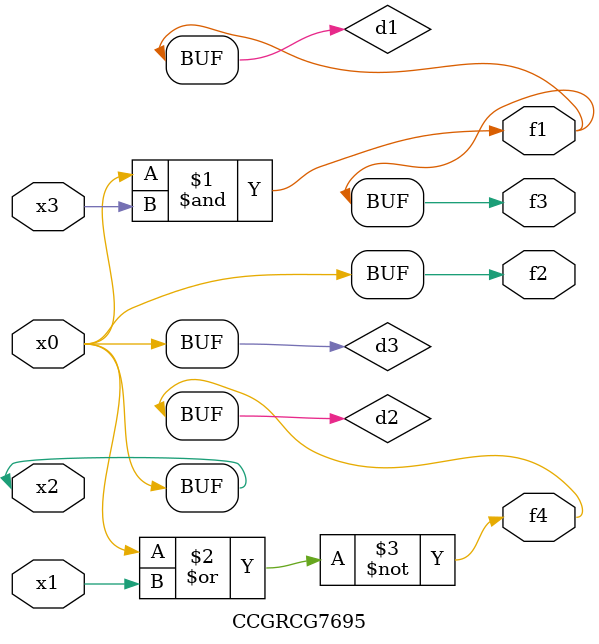
<source format=v>
module CCGRCG7695(
	input x0, x1, x2, x3,
	output f1, f2, f3, f4
);

	wire d1, d2, d3;

	and (d1, x2, x3);
	nor (d2, x0, x1);
	buf (d3, x0, x2);
	assign f1 = d1;
	assign f2 = d3;
	assign f3 = d1;
	assign f4 = d2;
endmodule

</source>
